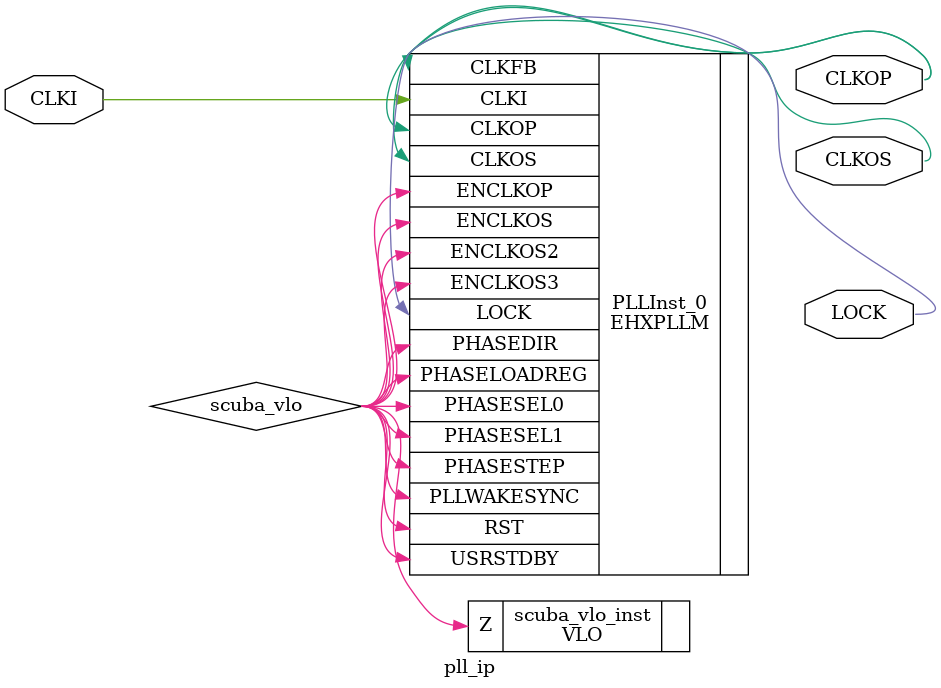
<source format=v>

module pll_ip (CLKI, CLKOP, CLKOS, LOCK) /* synthesis NGD_DRC_MASK=1, syn_module_defined=1 */ ;   // c:/project_files/u3vision_project/crosslink_u3v_project/u3v_live_aud_nd_vid_explorer_des/source/ip/pll/pll_ip/pll_ip.v(8[8:14])
    input CLKI;   // c:/project_files/u3vision_project/crosslink_u3v_project/u3v_live_aud_nd_vid_explorer_des/source/ip/pll/pll_ip/pll_ip.v(9[16:20])
    output CLKOP;   // c:/project_files/u3vision_project/crosslink_u3v_project/u3v_live_aud_nd_vid_explorer_des/source/ip/pll/pll_ip/pll_ip.v(10[17:22])
    output CLKOS;   // c:/project_files/u3vision_project/crosslink_u3v_project/u3v_live_aud_nd_vid_explorer_des/source/ip/pll/pll_ip/pll_ip.v(11[17:22])
    output LOCK;   // c:/project_files/u3vision_project/crosslink_u3v_project/u3v_live_aud_nd_vid_explorer_des/source/ip/pll/pll_ip/pll_ip.v(12[17:21])
    
    wire CLKI /* synthesis is_clock=1 */ ;   // c:/project_files/u3vision_project/crosslink_u3v_project/u3v_live_aud_nd_vid_explorer_des/source/ip/pll/pll_ip/pll_ip.v(9[16:20])
    wire CLKOP /* synthesis is_clock=1 */ ;   // c:/project_files/u3vision_project/crosslink_u3v_project/u3v_live_aud_nd_vid_explorer_des/source/ip/pll/pll_ip/pll_ip.v(10[17:22])
    
    wire scuba_vlo, VCC_net;
    
    VLO scuba_vlo_inst (.Z(scuba_vlo));
    EHXPLLM PLLInst_0 (.CLKI(CLKI), .CLKFB(CLKOP), .PHASESEL0(scuba_vlo), 
            .PHASESEL1(scuba_vlo), .PHASEDIR(scuba_vlo), .PHASESTEP(scuba_vlo), 
            .PHASELOADREG(scuba_vlo), .USRSTDBY(scuba_vlo), .PLLWAKESYNC(scuba_vlo), 
            .RST(scuba_vlo), .ENCLKOP(scuba_vlo), .ENCLKOS(scuba_vlo), 
            .ENCLKOS2(scuba_vlo), .ENCLKOS3(scuba_vlo), .CLKOP(CLKOP), 
            .CLKOS(CLKOS), .LOCK(LOCK)) /* synthesis FREQUENCY_PIN_CLKOS="83.750000", FREQUENCY_PIN_CLKOP="83.750000", FREQUENCY_PIN_CLKI="83.750000", ICP_CURRENT="9", LPF_RESISTOR="32", syn_instantiated=1 */ ;
    defparam PLLInst_0.FIN = "100.0000";
    defparam PLLInst_0.CLKI_DIV = 1;
    defparam PLLInst_0.CLKFB_DIV = 1;
    defparam PLLInst_0.CLKOP_DIV = 11;
    defparam PLLInst_0.CLKOS_DIV = 11;
    defparam PLLInst_0.CLKOS2_DIV = 1;
    defparam PLLInst_0.CLKOS3_DIV = 1;
    defparam PLLInst_0.CLKOP_ENABLE = "ENABLED";
    defparam PLLInst_0.CLKOS_ENABLE = "ENABLED";
    defparam PLLInst_0.CLKOS2_ENABLE = "DISABLED";
    defparam PLLInst_0.CLKOS3_ENABLE = "DISABLED";
    defparam PLLInst_0.CLKOP_CPHASE = 10;
    defparam PLLInst_0.CLKOS_CPHASE = 10;
    defparam PLLInst_0.CLKOS2_CPHASE = 0;
    defparam PLLInst_0.CLKOS3_CPHASE = 0;
    defparam PLLInst_0.CLKOP_FPHASE = 0;
    defparam PLLInst_0.CLKOS_FPHASE = 0;
    defparam PLLInst_0.CLKOS2_FPHASE = 0;
    defparam PLLInst_0.CLKOS3_FPHASE = 0;
    defparam PLLInst_0.FEEDBK_PATH = "CLKOP";
    defparam PLLInst_0.CLKOP_TRIM_POL = "FALLING";
    defparam PLLInst_0.CLKOP_TRIM_DELAY = 0;
    defparam PLLInst_0.CLKOS_TRIM_POL = "FALLING";
    defparam PLLInst_0.CLKOS_TRIM_DELAY = 0;
    defparam PLLInst_0.OUTDIVIDER_MUXA = "DIVA";
    defparam PLLInst_0.OUTDIVIDER_MUXB = "DIVB";
    defparam PLLInst_0.OUTDIVIDER_MUXC = "DIVC";
    defparam PLLInst_0.OUTDIVIDER_MUXD = "DIVD";
    defparam PLLInst_0.PLL_LOCK_MODE = 0;
    defparam PLLInst_0.PLL_LOCK_DELAY = 200;
    defparam PLLInst_0.REFIN_RESET = "DISABLED";
    defparam PLLInst_0.SYNC_ENABLE = "DISABLED";
    defparam PLLInst_0.INT_LOCK_STICKY = "ENABLED";
    defparam PLLInst_0.DPHASE_SOURCE = "DISABLED";
    defparam PLLInst_0.STDBY_ENABLE = "DISABLED";
    defparam PLLInst_0.PLLRST_ENA = "DISABLED";
    defparam PLLInst_0.INTFB_WAKE = "DISABLED";
    PUR PUR_INST (.PUR(VCC_net));
    defparam PUR_INST.RST_PULSE = 1;
    GSR GSR_INST (.GSR(VCC_net));
    VHI i83 (.Z(VCC_net));
    
endmodule
//
// Verilog Description of module PUR
// module not written out since it is a black-box. 
//


</source>
